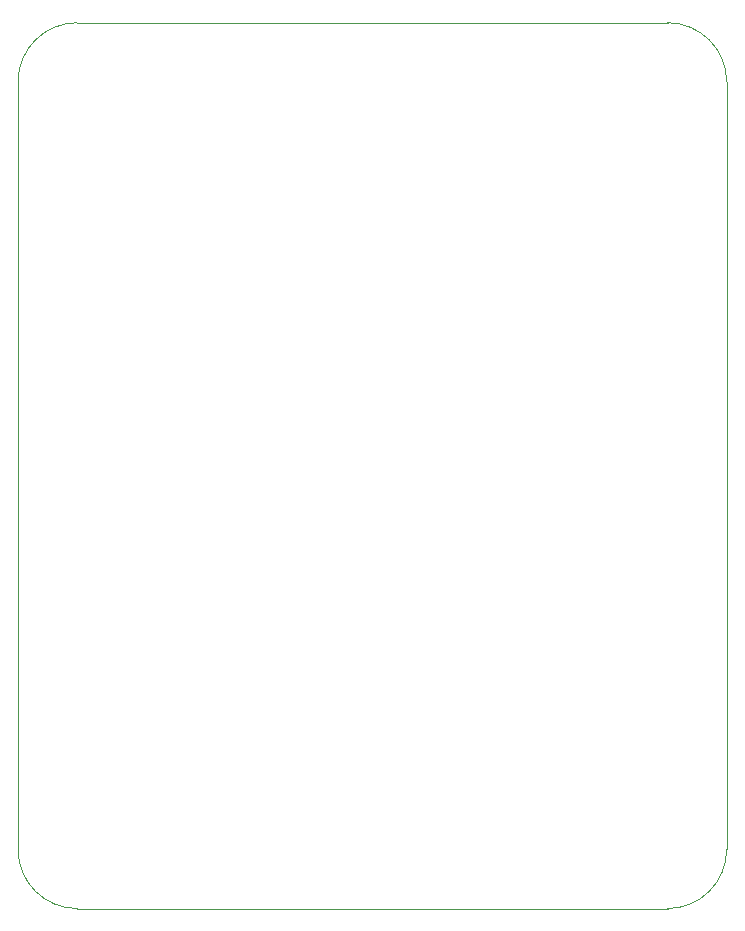
<source format=gm1>
%TF.GenerationSoftware,KiCad,Pcbnew,8.0.4+dfsg-1*%
%TF.CreationDate,2024-08-03T22:50:01-04:00*%
%TF.ProjectId,Mixed-Signal_Demo_PCB,4d697865-642d-4536-9967-6e616c5f4465,rev?*%
%TF.SameCoordinates,Original*%
%TF.FileFunction,Profile,NP*%
%FSLAX46Y46*%
G04 Gerber Fmt 4.6, Leading zero omitted, Abs format (unit mm)*
G04 Created by KiCad (PCBNEW 8.0.4+dfsg-1) date 2024-08-03 22:50:01*
%MOMM*%
%LPD*%
G01*
G04 APERTURE LIST*
%TA.AperFunction,Profile*%
%ADD10C,0.050000*%
%TD*%
G04 APERTURE END LIST*
D10*
X140964466Y-134464466D02*
X90964466Y-134464466D01*
X90964466Y-59464466D02*
X140964466Y-59464466D01*
X140964466Y-59464466D02*
G75*
G02*
X145964534Y-64464466I34J-5000034D01*
G01*
X145964466Y-129464466D02*
G75*
G02*
X140964466Y-134464466I-4999966J-34D01*
G01*
X90964466Y-134464466D02*
G75*
G02*
X85964534Y-129464466I34J4999966D01*
G01*
X85964466Y-64464466D02*
G75*
G02*
X90964466Y-59464466I5000004J-4D01*
G01*
X85964466Y-129464466D02*
X85964466Y-64464466D01*
X145964466Y-64464466D02*
X145964466Y-129464466D01*
M02*

</source>
